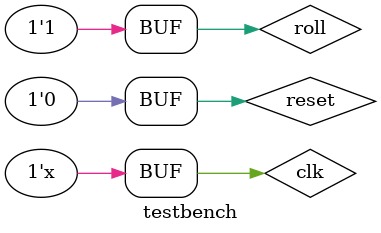
<source format=v>
`timescale 1ns/1ps

module testbench();
    reg clk, roll, reset;
    wire [1:0] state;
    wire [6:0] disp1, disp2;
    wire win, loss;

    fsm uut(clk, roll, reset, disp1, disp2, win, loss);

    always  begin
        #10 clk = ~clk;
    end

    initial begin
        clk = 0; roll = 0; reset = 1;
        #40 reset = 0; roll = 1;
        #60 roll = 1;


    end
endmodule
</source>
